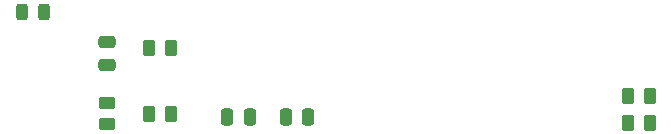
<source format=gtp>
%TF.GenerationSoftware,KiCad,Pcbnew,(6.0.0)*%
%TF.CreationDate,2022-06-14T20:33:02+03:00*%
%TF.ProjectId,breadboard_power_supply,62726561-6462-46f6-9172-645f706f7765,rev?*%
%TF.SameCoordinates,Original*%
%TF.FileFunction,Paste,Top*%
%TF.FilePolarity,Positive*%
%FSLAX46Y46*%
G04 Gerber Fmt 4.6, Leading zero omitted, Abs format (unit mm)*
G04 Created by KiCad (PCBNEW (6.0.0)) date 2022-06-14 20:33:02*
%MOMM*%
%LPD*%
G01*
G04 APERTURE LIST*
G04 Aperture macros list*
%AMRoundRect*
0 Rectangle with rounded corners*
0 $1 Rounding radius*
0 $2 $3 $4 $5 $6 $7 $8 $9 X,Y pos of 4 corners*
0 Add a 4 corners polygon primitive as box body*
4,1,4,$2,$3,$4,$5,$6,$7,$8,$9,$2,$3,0*
0 Add four circle primitives for the rounded corners*
1,1,$1+$1,$2,$3*
1,1,$1+$1,$4,$5*
1,1,$1+$1,$6,$7*
1,1,$1+$1,$8,$9*
0 Add four rect primitives between the rounded corners*
20,1,$1+$1,$2,$3,$4,$5,0*
20,1,$1+$1,$4,$5,$6,$7,0*
20,1,$1+$1,$6,$7,$8,$9,0*
20,1,$1+$1,$8,$9,$2,$3,0*%
G04 Aperture macros list end*
%ADD10RoundRect,0.250000X0.475000X-0.250000X0.475000X0.250000X-0.475000X0.250000X-0.475000X-0.250000X0*%
%ADD11RoundRect,0.250000X-0.262500X-0.450000X0.262500X-0.450000X0.262500X0.450000X-0.262500X0.450000X0*%
%ADD12RoundRect,0.250000X-0.250000X-0.475000X0.250000X-0.475000X0.250000X0.475000X-0.250000X0.475000X0*%
%ADD13RoundRect,0.250000X0.262500X0.450000X-0.262500X0.450000X-0.262500X-0.450000X0.262500X-0.450000X0*%
%ADD14RoundRect,0.243750X-0.243750X-0.456250X0.243750X-0.456250X0.243750X0.456250X-0.243750X0.456250X0*%
%ADD15RoundRect,0.250000X0.450000X-0.262500X0.450000X0.262500X-0.450000X0.262500X-0.450000X-0.262500X0*%
G04 APERTURE END LIST*
D10*
%TO.C,C1*%
X41654100Y-108239600D03*
X41654100Y-106339600D03*
%TD*%
D11*
%TO.C,R1*%
X45266600Y-106781600D03*
X47091600Y-106781600D03*
%TD*%
D12*
%TO.C,C2*%
X56809600Y-112623600D03*
X58709600Y-112623600D03*
%TD*%
D13*
%TO.C,R5*%
X87628100Y-110845600D03*
X85803100Y-110845600D03*
%TD*%
D12*
%TO.C,C3*%
X51880100Y-112623600D03*
X53780100Y-112623600D03*
%TD*%
D14*
%TO.C,D1*%
X34470100Y-103733600D03*
X36345100Y-103733600D03*
%TD*%
D11*
%TO.C,R4*%
X85803100Y-113131600D03*
X87628100Y-113131600D03*
%TD*%
D13*
%TO.C,R3*%
X47091600Y-112369600D03*
X45266600Y-112369600D03*
%TD*%
D15*
%TO.C,R2*%
X41654100Y-113282100D03*
X41654100Y-111457100D03*
%TD*%
M02*

</source>
